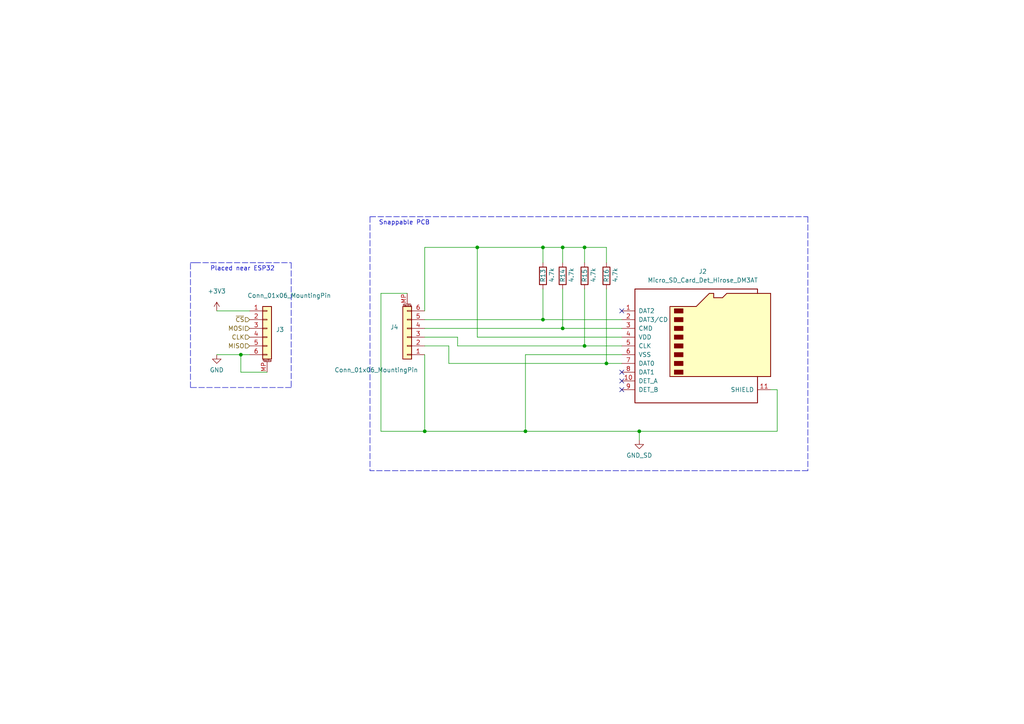
<source format=kicad_sch>
(kicad_sch (version 20250114) (generator "eeschema") (generator_version "9.0")
  (paper "A4")
  (lib_symbols
    (symbol "Connector:Micro_SD_Card_Det_Hirose_DM3AT" (pin_names (offset 1.016))
      (property "Reference" "J" (at -16.51 17.78 0))
      (property "Value" "Micro_SD_Card_Det_Hirose_DM3AT" (at 16.51 17.78 0))
      (symbol "Micro_SD_Card_Det_Hirose_DM3AT_0_1"
        (polyline (pts (xy -8.89 -8.89) (xy -8.89 11.43) (xy -1.27 11.43) (xy 2.54 15.24) (xy 3.81 15.24) (xy 3.81 13.97) (xy 6.35 13.97) (xy 7.62 15.24) (xy 20.32 15.24) (xy 20.32 -8.89) (xy -8.89 -8.89)) (stroke (width 0.254)) (fill (type background)))
        (rectangle (start -7.62 10.795) (end -5.08 9.525) (fill (type outline)))
        (rectangle (start -7.62 8.255) (end -5.08 6.985) (fill (type outline)))
        (rectangle (start -7.62 5.715) (end -5.08 4.445) (fill (type outline)))
        (rectangle (start -7.62 3.175) (end -5.08 1.905) (fill (type outline)))
        (rectangle (start -7.62 0.635) (end -5.08 -0.635) (fill (type outline)))
        (rectangle (start -7.62 -1.905) (end -5.08 -3.175) (fill (type outline)))
        (rectangle (start -7.62 -4.445) (end -5.08 -5.715) (fill (type outline)))
        (rectangle (start -7.62 -6.985) (end -5.08 -8.255) (fill (type outline)))
        (polyline (pts (xy 16.51 15.24) (xy 16.51 16.51) (xy -19.05 16.51) (xy -19.05 -16.51) (xy 16.51 -16.51) (xy 16.51 -8.89)) (stroke (width 0.254)))
      )
      (symbol "Micro_SD_Card_Det_Hirose_DM3AT_1_1"
        (pin bidirectional line (at -22.86 10.16 0) (length 3.81) (name "DAT2") (number "1"))
        (pin bidirectional line (at -22.86 7.62 0) (length 3.81) (name "DAT3/CD") (number "2"))
        (pin input line (at -22.86 5.08 0) (length 3.81) (name "CMD") (number "3"))
        (pin power_in line (at -22.86 2.54 0) (length 3.81) (name "VDD") (number "4"))
        (pin input line (at -22.86 0 0) (length 3.81) (name "CLK") (number "5"))
        (pin power_in line (at -22.86 -2.54 0) (length 3.81) (name "VSS") (number "6"))
        (pin bidirectional line (at -22.86 -5.08 0) (length 3.81) (name "DAT0") (number "7"))
        (pin bidirectional line (at -22.86 -7.62 0) (length 3.81) (name "DAT1") (number "8"))
        (pin passive line (at -22.86 -10.16 0) (length 3.81) (name "DET_A") (number "10"))
        (pin passive line (at -22.86 -12.7 0) (length 3.81) (name "DET_B") (number "9"))
        (pin passive line (at 20.32 -12.7 180) (length 3.81) (name "SHIELD") (number "11"))
      )
    )
    (symbol "Connector_Generic_MountingPin:Conn_01x06_MountingPin" (pin_names (offset 1.016) (hide yes))
      (property "Reference" "J" (at 0 7.62 0))
      (property "Value" "Conn_01x06_MountingPin" (at 1.27 -10.16 0))
      (symbol "Conn_01x06_MountingPin_1_1"
        (rectangle (start -1.27 6.35) (end 1.27 -8.89) (stroke (width 0.254)) (fill (type background)))
        (rectangle (start -1.27 5.207) (end 0 4.953) (stroke (width 0.1524)))
        (rectangle (start -1.27 2.667) (end 0 2.413) (stroke (width 0.1524)))
        (rectangle (start -1.27 0.127) (end 0 -0.127) (stroke (width 0.1524)))
        (rectangle (start -1.27 -2.413) (end 0 -2.667) (stroke (width 0.1524)))
        (rectangle (start -1.27 -4.953) (end 0 -5.207) (stroke (width 0.1524)))
        (rectangle (start -1.27 -7.493) (end 0 -7.747) (stroke (width 0.1524)))
        (polyline (pts (xy -1.016 -9.652) (xy 1.016 -9.652)) (stroke (width 0.1524)))
        (text "Mounting" (at 0 -9.271 0) (effects (font (size 0.381 0.381))))
        (pin passive line (at -5.08 5.08 0) (length 3.81) (name "Pin_1") (number "1"))
        (pin passive line (at -5.08 2.54 0) (length 3.81) (name "Pin_2") (number "2"))
        (pin passive line (at -5.08 0 0) (length 3.81) (name "Pin_3") (number "3"))
        (pin passive line (at -5.08 -2.54 0) (length 3.81) (name "Pin_4") (number "4"))
        (pin passive line (at -5.08 -5.08 0) (length 3.81) (name "Pin_5") (number "5"))
        (pin passive line (at -5.08 -7.62 0) (length 3.81) (name "Pin_6") (number "6"))
        (pin passive line (at 0 -12.7 90) (length 3.048) (name "MountPin") (number "MP"))
      )
    )
    (symbol "Device:R" (pin_numbers (hide yes)) (pin_names (offset 0))
      (property "Reference" "R" (at 2.032 0 90))
      (property "Value" "R" (at 0 0 90))
      (symbol "R_0_1"
        (rectangle (start -1.016 -2.54) (end 1.016 2.54) (stroke (width 0.254)))
      )
      (symbol "R_1_1"
        (pin passive line (at 0 3.81 270) (length 1.27) (name "~") (number "1"))
        (pin passive line (at 0 -3.81 90) (length 1.27) (name "~") (number "2"))
      )
    )
    (symbol "power:+3V3" (power) (pin_names (offset 0))
      (property "Value" "+3V3" (at 0 3.556 0))
      (symbol "+3V3_0_1"
        (polyline (pts (xy -0.762 1.27) (xy 0 2.54)))
        (polyline (pts (xy 0 2.54) (xy 0.762 1.27)))
        (polyline (pts (xy 0 0) (xy 0 2.54)))
      )
      (symbol "+3V3_1_1"
        (pin power_in line (at 0 0 90) (length 0) (hide yes) (name "+3V3") (number "1"))
      )
    )
    (symbol "power:GND" (power) (pin_names (offset 0))
      (property "Value" "GND" (at 0 -3.81 0))
      (symbol "GND_0_1"
        (polyline (pts (xy 0 0) (xy 0 -1.27) (xy 1.27 -1.27) (xy 0 -2.54) (xy -1.27 -1.27) (xy 0 -1.27)))
      )
      (symbol "GND_1_1"
        (pin power_in line (at 0 0 270) (length 0) (hide yes) (name "GND") (number "1"))
      )
    )
  )
  (text "Placed near ESP32" (at 60.96 78.74 0) (effects (font (size 1.27 1.27)) (justify left bottom)))
  (text "Snappable PCB" (at 109.855 65.405 0) (effects (font (size 1.27 1.27)) (justify left bottom)))
  (junction (at 157.48 71.755))
  (junction (at 169.545 100.33))
  (junction (at 169.545 71.755))
  (junction (at 123.19 125.095))
  (junction (at 152.4 125.095))
  (junction (at 175.895 105.41))
  (junction (at 69.85 102.87))
  (junction (at 163.195 71.755))
  (junction (at 138.43 71.755))
  (junction (at 185.42 125.095))
  (junction (at 163.195 95.25))
  (junction (at 157.48 92.71))
  (no_connect (at 180.34 110.49))
  (no_connect (at 180.34 90.17))
  (no_connect (at 180.34 113.03))
  (no_connect (at 180.34 107.95))
  (wire (pts (xy 132.715 100.33) (xy 169.545 100.33)))
  (wire (pts (xy 169.545 100.33) (xy 180.34 100.33)))
  (wire (pts (xy 169.545 71.755) (xy 175.895 71.755)))
  (wire (pts (xy 163.195 83.82) (xy 163.195 95.25)))
  (polyline (pts (xy 84.455 76.2) (xy 84.455 112.395)) (stroke (width 0) (type dash)))
  (wire (pts (xy 163.195 71.755) (xy 163.195 76.2)))
  (wire (pts (xy 110.49 125.095) (xy 123.19 125.095)))
  (wire (pts (xy 169.545 71.755) (xy 169.545 76.2)))
  (wire (pts (xy 163.195 95.25) (xy 180.34 95.25)))
  (polyline (pts (xy 55.245 76.2) (xy 56.515 76.2)) (stroke (width 0) (type dash)))
  (wire (pts (xy 175.895 105.41) (xy 180.34 105.41)))
  (wire (pts (xy 123.19 71.755) (xy 123.19 90.17)))
  (wire (pts (xy 223.52 113.03) (xy 225.425 113.03)))
  (wire (pts (xy 225.425 125.095) (xy 185.42 125.095)))
  (polyline (pts (xy 234.315 62.865) (xy 234.315 136.525)) (stroke (width 0) (type dash)))
  (polyline (pts (xy 107.315 62.865) (xy 107.315 136.525)) (stroke (width 0) (type dash)))
  (wire (pts (xy 152.4 102.87) (xy 152.4 125.095)))
  (wire (pts (xy 169.545 83.82) (xy 169.545 100.33)))
  (wire (pts (xy 175.895 83.82) (xy 175.895 105.41)))
  (wire (pts (xy 69.85 102.87) (xy 72.39 102.87)))
  (wire (pts (xy 138.43 71.755) (xy 123.19 71.755)))
  (polyline (pts (xy 55.245 112.395) (xy 55.245 76.2)) (stroke (width 0) (type dash)))
  (wire (pts (xy 185.42 125.095) (xy 152.4 125.095)))
  (wire (pts (xy 123.19 92.71) (xy 157.48 92.71)))
  (polyline (pts (xy 84.455 112.395) (xy 55.245 112.395)) (stroke (width 0) (type dash)))
  (wire (pts (xy 62.865 102.87) (xy 69.85 102.87)))
  (wire (pts (xy 157.48 71.755) (xy 138.43 71.755)))
  (wire (pts (xy 130.175 105.41) (xy 130.175 100.33)))
  (polyline (pts (xy 234.315 136.525) (xy 107.315 136.525)) (stroke (width 0) (type dash)))
  (wire (pts (xy 138.43 97.79) (xy 180.34 97.79)))
  (polyline (pts (xy 56.515 76.2) (xy 84.455 76.2)) (stroke (width 0) (type dash)))
  (wire (pts (xy 157.48 71.755) (xy 157.48 76.2)))
  (wire (pts (xy 123.19 125.095) (xy 152.4 125.095)))
  (wire (pts (xy 118.11 85.09) (xy 110.49 85.09)))
  (wire (pts (xy 130.175 100.33) (xy 123.19 100.33)))
  (wire (pts (xy 69.85 107.95) (xy 77.47 107.95)))
  (wire (pts (xy 62.865 90.17) (xy 72.39 90.17)))
  (wire (pts (xy 110.49 85.09) (xy 110.49 125.095)))
  (wire (pts (xy 163.195 71.755) (xy 157.48 71.755)))
  (wire (pts (xy 130.175 105.41) (xy 175.895 105.41)))
  (wire (pts (xy 225.425 113.03) (xy 225.425 125.095)))
  (wire (pts (xy 175.895 71.755) (xy 175.895 76.2)))
  (wire (pts (xy 69.85 102.87) (xy 69.85 107.95)))
  (wire (pts (xy 123.19 95.25) (xy 163.195 95.25)))
  (wire (pts (xy 157.48 83.82) (xy 157.48 92.71)))
  (wire (pts (xy 152.4 102.87) (xy 180.34 102.87)))
  (wire (pts (xy 132.715 97.79) (xy 123.19 97.79)))
  (wire (pts (xy 138.43 71.755) (xy 138.43 97.79)))
  (wire (pts (xy 132.715 100.33) (xy 132.715 97.79)))
  (wire (pts (xy 123.19 102.87) (xy 123.19 125.095)))
  (wire (pts (xy 157.48 92.71) (xy 180.34 92.71)))
  (wire (pts (xy 163.195 71.755) (xy 169.545 71.755)))
  (polyline (pts (xy 107.315 62.865) (xy 234.315 62.865)) (stroke (width 0) (type dash)))
  (wire (pts (xy 185.42 125.095) (xy 185.42 127.635)))
  (hierarchical_label "MISO" (shape input) (at 72.39 100.33 180))
  (hierarchical_label "MOSI" (shape input) (at 72.39 95.25 180))
  (hierarchical_label "CLK" (shape input) (at 72.39 97.79 180))
  (hierarchical_label "~{CS}" (shape input) (at 72.39 92.71 180))
  (symbol (lib_id "Device:R") (at 157.48 80.01 0) (unit 1)
    (property "Reference" "R13" (at 157.48 81.915 90) (effects (justify left)))
    (property "Value" "4.7k" (at 160.02 81.915 90) (effects (justify left)))
    (property "Footprint" "Resistor_SMD:R_0603_1608Metric" (effects (hide yes)))
  )
  (symbol (lib_id "power:GND") (at 62.865 102.87 0) (unit 1)
    (property "Reference" "#PWR09" (effects (hide yes)))
    (property "Value" "GND" (at 62.865 107.315 0))
  )
  (symbol (lib_id "Device:R") (at 175.895 80.01 0) (unit 1)
    (property "Reference" "R16" (at 175.895 81.915 90) (effects (justify left)))
    (property "Value" "4.7k" (at 178.435 81.915 90) (effects (justify left)))
    (property "Footprint" "Resistor_SMD:R_0603_1608Metric" (effects (hide yes)))
  )
  (symbol (lib_id "Device:R") (at 163.195 80.01 0) (unit 1)
    (property "Reference" "R14" (at 163.195 81.915 90) (effects (justify left)))
    (property "Value" "4.7k" (at 165.735 81.915 90) (effects (justify left)))
    (property "Footprint" "Resistor_SMD:R_0603_1608Metric" (effects (hide yes)))
  )
  (symbol (lib_id "power:+3V3") (at 62.865 90.17 0) (unit 1)
    (property "Reference" "#PWR04" (effects (hide yes)))
    (property "Value" "+3V3" (at 62.865 84.455 0))
  )
  (symbol (lib_id "power:GND") (at 185.42 127.635 0) (unit 1)
    (property "Reference" "#PWR029" (effects (hide yes)))
    (property "Value" "GND_SD" (at 185.42 132.08 0))
  )
  (symbol (lib_id "Connector:Micro_SD_Card_Det_Hirose_DM3AT") (at 203.2 100.33 0) (unit 1)
    (property "Reference" "J2" (at 203.835 78.74 0))
    (property "Value" "Micro_SD_Card_Det_Hirose_DM3AT" (at 203.835 81.28 0))
    (property "Footprint" "Connector_Card:microSD_HC_Hirose_DM3AT-SF-PEJM5" (effects (hide yes)))
    (property "Datasheet" "https://www.hirose.com/product/en/download_file/key_name/DM3/category/Catalog/doc_file_id/49662/?file_category_id=4&item_id=195&is_series=1" (effects (hide yes)))
  )
  (symbol (lib_id "Device:R") (at 169.545 80.01 0) (unit 1)
    (property "Reference" "R15" (at 169.545 81.915 90) (effects (justify left)))
    (property "Value" "4.7k" (at 172.085 81.915 90) (effects (justify left)))
    (property "Footprint" "Resistor_SMD:R_0603_1608Metric" (effects (hide yes)))
  )
  (symbol (lib_id "Connector_Generic_MountingPin:Conn_01x06_MountingPin") (at 77.47 95.25 0) (unit 1)
    (property "Reference" "J3" (at 80.01 95.6055 0) (effects (justify left)))
    (property "Value" "Conn_01x06_MountingPin" (at 71.755 85.725 0) (effects (justify left)))
    (property "Footprint" "Connector_FFC-FPC:Hirose_FH12-6S-0.5SH_1x06-1MP_P0.50mm_Horizontal" (effects (hide yes)))
  )
  (symbol (lib_id "Connector_Generic_MountingPin:Conn_01x06_MountingPin") (at 118.11 97.79 180) (unit 1)
    (property "Reference" "J4" (at 115.57 94.8943 0) (effects (justify left)))
    (property "Value" "Conn_01x06_MountingPin" (at 121.285 107.315 0) (effects (justify left)))
    (property "Footprint" "Connector_FFC-FPC:Hirose_FH12-6S-0.5SH_1x06-1MP_P0.50mm_Horizontal" (effects (hide yes)))
  )
)
</source>
